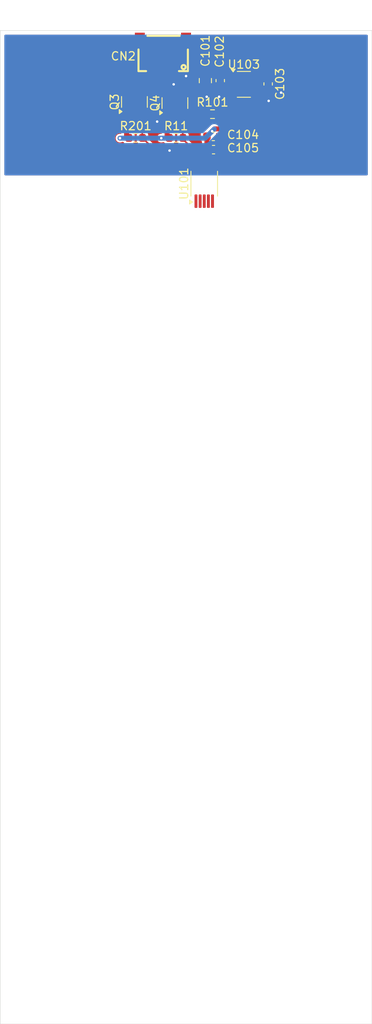
<source format=kicad_pcb>
(kicad_pcb (version 20241229) (generator "pcbnew") (generator_version "9.0")
  (layers (0 "F.Cu" signal) (4 "In1.Cu" power "Ground") (6 "In2.Cu" power "Power") (2 "B.Cu" signal) (13 "F.Paste" user) (15 "B.Paste" user) (5 "F.SilkS" user "F.Silkscreen") (7 "B.SilkS" user "B.Silkscreen") (1 "F.Mask" user) (3 "B.Mask" user) (25 "Edge.Cuts" user))
  (net 0 "")
  (net 1 "/i2c/5V")
  (net 2 "/i2c/GND")
  (net 3 "/i2c/3V3")
  (net 4 "Net-(Q4-D)")
  (net 5 "Net-(Q3-D)")
  (net 6 "/i2c/I2C.SDA")
  (net 7 "/i2c/I2C.SCL")
  (net 8 "Net-(U103-EN)")
  (footprint "Package_TO_SOT_SMD:SOT-23-5" (layer "F.Cu") (at 45 22)
    (property "Reference" "U103" (at 0 -2.4 0) (layer "F.SilkS"))
    (property "Value" "TLV75733PDBV")
    (fp_line (start 0 -1.56) (end -0.8 -1.56) (stroke (width 0.12)) (layer "F.SilkS"))
    (fp_line (start 0 -1.56) (end 0.8 -1.56) (stroke (width 0.12)) (layer "F.SilkS"))
    (fp_line (start 0 1.56) (end -0.8 1.56) (stroke (width 0.12)) (layer "F.SilkS"))
    (fp_line (start 0 1.56) (end 0.8 1.56) (stroke (width 0.12)) (layer "F.SilkS"))
    (fp_poly (pts (xy -1.3 -1.51) (xy -1.54 -1.84) (xy -1.06 -1.84)) (stroke (width 0.12)) (fill yes) (layer "F.SilkS"))
    (pad "1" smd roundrect (at -1.1375 -0.95) (size 1.325 0.6) (layers "F.Cu" "F.Mask" "F.Paste") (net 1 "/i2c/5V"))
    (pad "2" smd roundrect (at -1.1375 0) (size 1.325 0.6) (layers "F.Cu" "F.Mask" "F.Paste") (net 2 "/i2c/GND"))
    (pad "3" smd roundrect (at -1.1375 0.95) (size 1.325 0.6) (layers "F.Cu" "F.Mask" "F.Paste") (net 8 "Net-(U103-EN)"))
    (pad "4" smd roundrect (at 1.1375 0.95) (size 1.325 0.6) (layers "F.Cu" "F.Mask" "F.Paste"))
    (pad "5" smd roundrect (at 1.1375 -0.95) (size 1.325 0.6) (layers "F.Cu" "F.Mask" "F.Paste") (net 3 "/i2c/3V3"))
  )
  (footprint "Resistor_SMD:R_0603_1608Metric" (layer "F.Cu") (at 36.8 28.4625)
    (property "Reference" "R11" (at 0 -1.43 0) (layer "F.SilkS"))
    (property "Value" "10k")
    (fp_line (start -0.237258 -0.5225) (end 0.237258 -0.5225) (stroke (width 0.12)) (layer "F.SilkS"))
    (fp_line (start -0.237258 0.5225) (end 0.237258 0.5225) (stroke (width 0.12)) (layer "F.SilkS"))
    (pad "1" smd roundrect (at -0.825 0) (size 0.8 0.95) (layers "F.Cu" "F.Mask" "F.Paste") (net 3 "/i2c/3V3"))
    (pad "2" smd roundrect (at 0.825 0) (size 0.8 0.95) (layers "F.Cu" "F.Mask" "F.Paste") (net 7 "/i2c/I2C.SCL"))
  )
  (footprint "Package_TO_SOT_SMD:SOT-23" (layer "F.Cu") (at 31.75 24.125 90)
    (property "Reference" "Q3" (at 0 -2.4 90) (layer "F.SilkS"))
    (property "Value" "BSS138")
    (fp_line (start 0 -1.56) (end 0.65 -1.56) (stroke (width 0.12)) (layer "F.SilkS"))
    (fp_line (start 0 -1.56) (end -0.65 -1.56) (stroke (width 0.12)) (layer "F.SilkS"))
    (fp_line (start 0 1.56) (end 0.65 1.56) (stroke (width 0.12)) (layer "F.SilkS"))
    (fp_line (start 0 1.56) (end -0.65 1.56) (stroke (width 0.12)) (layer "F.SilkS"))
    (fp_poly (pts (xy -1.1625 -1.51) (xy -1.4025 -1.84) (xy -0.9225 -1.84)) (stroke (width 0.12)) (fill yes) (layer "F.SilkS"))
    (pad "1" smd roundrect (at -0.9375 -0.95 90) (size 1.475 0.6) (layers "F.Cu" "F.Mask" "F.Paste") (net 3 "/i2c/3V3"))
    (pad "2" smd roundrect (at -0.9375 0.95 90) (size 1.475 0.6) (layers "F.Cu" "F.Mask" "F.Paste") (net 6 "/i2c/I2C.SDA"))
    (pad "3" smd roundrect (at 0.9375 0 90) (size 1.475 0.6) (layers "F.Cu" "F.Mask" "F.Paste") (net 5 "Net-(Q3-D)"))
  )
  (footprint "Resistor_SMD:R_0603_1608Metric" (layer "F.Cu") (at 31.9 28.4625)
    (property "Reference" "R201" (at 0 -1.43 0) (layer "F.SilkS"))
    (property "Value" "10k")
    (fp_line (start -0.237258 -0.5225) (end 0.237258 -0.5225) (stroke (width 0.12)) (layer "F.SilkS"))
    (fp_line (start -0.237258 0.5225) (end 0.237258 0.5225) (stroke (width 0.12)) (layer "F.SilkS"))
    (pad "1" smd roundrect (at -0.825 0) (size 0.8 0.95) (layers "F.Cu" "F.Mask" "F.Paste") (net 3 "/i2c/3V3"))
    (pad "2" smd roundrect (at 0.825 0) (size 0.8 0.95) (layers "F.Cu" "F.Mask" "F.Paste") (net 6 "/i2c/I2C.SDA"))
  )
  (footprint "Capacitor_SMD:C_0805_2012Metric" (layer "F.Cu") (at 40.3375 21.55 -90)
    (property "Reference" "C101" (at -3.6 0 90) (layer "F.SilkS"))
    (property "Value" "10uF")
    (fp_line (start -0.261252 0.735) (end 0.261252 0.735) (stroke (width 0.12)) (layer "F.SilkS"))
    (fp_line (start -0.261252 -0.735) (end 0.261252 -0.735) (stroke (width 0.12)) (layer "F.SilkS"))
    (pad "1" smd roundrect (at -0.95 0 270) (size 1 1.45) (layers "F.Cu" "F.Mask" "F.Paste") (net 1 "/i2c/5V"))
    (pad "2" smd roundrect (at 0.95 0 270) (size 1 1.45) (layers "F.Cu" "F.Mask" "F.Paste") (net 2 "/i2c/GND"))
  )
  (footprint "Capacitor_SMD:C_0603_1608Metric" (layer "F.Cu") (at 47.9375 21.95 -90)
    (property "Reference" "C103" (at 0 -1.43 90) (layer "F.SilkS"))
    (property "Value" "1uF")
    (fp_line (start -0.14058 0.51) (end 0.14058 0.51) (stroke (width 0.12)) (layer "F.SilkS"))
    (fp_line (start -0.14058 -0.51) (end 0.14058 -0.51) (stroke (width 0.12)) (layer "F.SilkS"))
    (pad "1" smd roundrect (at -0.775 0 270) (size 0.9 0.95) (layers "F.Cu" "F.Mask" "F.Paste") (net 3 "/i2c/3V3"))
    (pad "2" smd roundrect (at 0.775 0 270) (size 0.9 0.95) (layers "F.Cu" "F.Mask" "F.Paste") (net 2 "/i2c/GND"))
  )
  (footprint "Capacitor_SMD:C_0603_1608Metric" (layer "F.Cu") (at 41.3 28.2875)
    (property "Reference" "C104" (at 3.6 -0.2 0) (layer "F.SilkS"))
    (property "Value" "1uF")
    (fp_line (start -0.14058 -0.51) (end 0.14058 -0.51) (stroke (width 0.12)) (layer "F.SilkS"))
    (fp_line (start -0.14058 0.51) (end 0.14058 0.51) (stroke (width 0.12)) (layer "F.SilkS"))
    (pad "1" smd roundrect (at -0.775 0) (size 0.9 0.95) (layers "F.Cu" "F.Mask" "F.Paste") (net 3 "/i2c/3V3"))
    (pad "2" smd roundrect (at 0.775 0) (size 0.9 0.95) (layers "F.Cu" "F.Mask" "F.Paste") (net 2 "/i2c/GND"))
  )
  (footprint "Package_TO_SOT_SMD:SOT-23" (layer "F.Cu") (at 36.65 24.2625 90)
    (property "Reference" "Q4" (at 0 -2.4 90) (layer "F.SilkS"))
    (property "Value" "BSS138")
    (fp_line (start 0 -1.56) (end 0.65 -1.56) (stroke (width 0.12)) (layer "F.SilkS"))
    (fp_line (start 0 -1.56) (end -0.65 -1.56) (stroke (width 0.12)) (layer "F.SilkS"))
    (fp_line (start 0 1.56) (end 0.65 1.56) (stroke (width 0.12)) (layer "F.SilkS"))
    (fp_line (start 0 1.56) (end -0.65 1.56) (stroke (width 0.12)) (layer "F.SilkS"))
    (fp_poly (pts (xy -1.1625 -1.51) (xy -1.4025 -1.84) (xy -0.9225 -1.84)) (stroke (width 0.12)) (fill yes) (layer "F.SilkS"))
    (pad "1" smd roundrect (at -0.9375 -0.95 90) (size 1.475 0.6) (layers "F.Cu" "F.Mask" "F.Paste") (net 3 "/i2c/3V3"))
    (pad "2" smd roundrect (at -0.9375 0.95 90) (size 1.475 0.6) (layers "F.Cu" "F.Mask" "F.Paste") (net 7 "/i2c/I2C.SCL"))
    (pad "3" smd roundrect (at 0.9375 0 90) (size 1.475 0.6) (layers "F.Cu" "F.Mask" "F.Paste") (net 4 "Net-(Q4-D)"))
  )
  (footprint "Resistor_SMD:R_0603_1608Metric" (layer "F.Cu") (at 41.2 25.6)
    (property "Reference" "R101" (at 0 -1.43 0) (layer "F.SilkS"))
    (property "Value" "10k")
    (fp_line (start -0.237258 -0.5225) (end 0.237258 -0.5225) (stroke (width 0.12)) (layer "F.SilkS"))
    (fp_line (start -0.237258 0.5225) (end 0.237258 0.5225) (stroke (width 0.12)) (layer "F.SilkS"))
    (pad "1" smd roundrect (at -0.825 0) (size 0.8 0.95) (layers "F.Cu" "F.Mask" "F.Paste") (net 1 "/i2c/5V"))
    (pad "2" smd roundrect (at 0.825 0) (size 0.8 0.95) (layers "F.Cu" "F.Mask" "F.Paste") (net 8 "Net-(U103-EN)"))
  )
  (footprint "easyeda2kicad:CONN-SMD_4P-P1.00_SM04B-SRSS-TB-LF-SN" (layer "F.Cu") (at 35.2 18.6 180)
    (property "Reference" "CN2" (at 4.8 0 0) (layer "F.SilkS"))
    (property "Value" "SM04B-SRSS-TB (LF)(SN)")
    (fp_line (start 2.96 -1.8) (end 2.96 0.81) (stroke (width 0.25)) (layer "F.SilkS"))
    (fp_line (start 2.04 -1.8) (end 2.96 -1.8) (stroke (width 0.25)) (layer "F.SilkS"))
    (fp_line (start -1.94 -1.8) (end -3.02 -1.8) (stroke (width 0.25)) (layer "F.SilkS"))
    (fp_line (start -2.02 2.46) (end 1.88 2.46) (stroke (width 0.25)) (layer "F.SilkS"))
    (fp_line (start -3.02 -1.8) (end -3.02 0.8) (stroke (width 0.25)) (layer "F.SilkS"))
    (fp_circle (center -2.5 -1.31) (end -2.38 -1.31) (stroke (width 0.25)) (fill no) (layer "F.SilkS"))
    (pad "1" smd rect (at -1.5 -1.94 180) (size 0.6 1.55) (layers "F.Cu" "F.Mask" "F.Paste") (net 2 "/i2c/GND"))
    (pad "2" smd rect (at -0.5 -1.94 180) (size 0.6 1.55) (layers "F.Cu" "F.Mask" "F.Paste") (net 1 "/i2c/5V"))
    (pad "3" smd rect (at 0.5 -1.94 180) (size 0.6 1.55) (layers "F.Cu" "F.Mask" "F.Paste") (net 5 "Net-(Q3-D)"))
    (pad "4" smd rect (at 1.5 -1.94 180) (size 0.6 1.55) (layers "F.Cu" "F.Mask" "F.Paste") (net 4 "Net-(Q4-D)"))
    (pad "5" smd rect (at 2.8 1.94 180) (size 1.2 1.8) (layers "F.Cu" "F.Mask" "F.Paste"))
    (pad "6" smd rect (at -2.8 1.94 180) (size 1.2 1.8) (layers "F.Cu" "F.Mask" "F.Paste"))
  )
  (footprint "Capacitor_SMD:C_0603_1608Metric" (layer "F.Cu") (at 41.325 29.8875)
    (property "Reference" "C105" (at 3.575 -0.2 0) (layer "F.SilkS"))
    (property "Value" "100nF")
    (fp_line (start -0.14058 -0.51) (end 0.14058 -0.51) (stroke (width 0.12)) (layer "F.SilkS"))
    (fp_line (start -0.14058 0.51) (end 0.14058 0.51) (stroke (width 0.12)) (layer "F.SilkS"))
    (pad "1" smd roundrect (at -0.775 0) (size 0.9 0.95) (layers "F.Cu" "F.Mask" "F.Paste") (net 3 "/i2c/3V3"))
    (pad "2" smd roundrect (at 0.775 0) (size 0.9 0.95) (layers "F.Cu" "F.Mask" "F.Paste") (net 2 "/i2c/GND"))
  )
  (footprint "Package_SO:MSOP-10_3x3mm_P0.5mm" (layer "F.Cu") (at 40.2 34 90)
    (property "Reference" "U101" (at 0 -2.45 90) (layer "F.SilkS"))
    (property "Value" "FDC1004DGSR")
    (fp_line (start 0 -1.61) (end 1.5 -1.61) (stroke (width 0.12)) (layer "F.SilkS"))
    (fp_line (start 0 -1.61) (end -1.5 -1.61) (stroke (width 0.12)) (layer "F.SilkS"))
    (fp_line (start 0 1.61) (end 1.5 1.61) (stroke (width 0.12)) (layer "F.SilkS"))
    (fp_line (start 0 1.61) (end -1.5 1.61) (stroke (width 0.12)) (layer "F.SilkS"))
    (fp_poly (pts (xy -2.2125 -1.435) (xy -2.4525 -1.765) (xy -1.9725 -1.765)) (stroke (width 0.12)) (fill yes) (layer "F.SilkS"))
    (pad "1" smd roundrect (at -2.1125 -1 90) (size 1.625 0.35) (layers "F.Cu" "F.Mask" "F.Paste"))
    (pad "2" smd roundrect (at -2.1125 -0.5 90) (size 1.625 0.35) (layers "F.Cu" "F.Mask" "F.Paste"))
    (pad "3" smd roundrect (at -2.1125 0 90) (size 1.625 0.35) (layers "F.Cu" "F.Mask" "F.Paste"))
    (pad "4" smd roundrect (at -2.1125 0.5 90) (size 1.625 0.35) (layers "F.Cu" "F.Mask" "F.Paste"))
    (pad "5" smd roundrect (at -2.1125 1 90) (size 1.625 0.35) (layers "F.Cu" "F.Mask" "F.Paste"))
    (pad "6" smd roundrect (at 2.1125 1 90) (size 1.625 0.35) (layers "F.Cu" "F.Mask" "F.Paste"))
    (pad "7" smd roundrect (at 2.1125 0.5 90) (size 1.625 0.35) (layers "F.Cu" "F.Mask" "F.Paste") (net 2 "/i2c/GND"))
    (pad "8" smd roundrect (at 2.1125 0 90) (size 1.625 0.35) (layers "F.Cu" "F.Mask" "F.Paste") (net 3 "/i2c/3V3"))
    (pad "9" smd roundrect (at 2.1125 -0.5 90) (size 1.625 0.35) (layers "F.Cu" "F.Mask" "F.Paste") (net 7 "/i2c/I2C.SCL"))
    (pad "10" smd roundrect (at 2.1125 -1 90) (size 1.625 0.35) (layers "F.Cu" "F.Mask" "F.Paste") (net 6 "/i2c/I2C.SDA"))
  )
  (footprint "Capacitor_SMD:C_0603_1608Metric" (layer "F.Cu") (at 42.1375 21.55 -90)
    (property "Reference" "C102" (at -3.505 0.0825 90) (layer "F.SilkS"))
    (property "Value" "1uF")
    (fp_line (start -0.14058 0.51) (end 0.14058 0.51) (stroke (width 0.12)) (layer "F.SilkS"))
    (fp_line (start -0.14058 -0.51) (end 0.14058 -0.51) (stroke (width 0.12)) (layer "F.SilkS"))
    (pad "1" smd roundrect (at -0.775 0 270) (size 0.9 0.95) (layers "F.Cu" "F.Mask" "F.Paste") (net 1 "/i2c/5V"))
    (pad "2" smd roundrect (at 0.775 0 270) (size 0.9 0.95) (layers "F.Cu" "F.Mask" "F.Paste") (net 2 "/i2c/GND"))
  )
  (gr_rect (start 15.5 15.5) (end 60.5 135.5) (stroke (width 0.05)) (fill no) (layer "Edge.Cuts"))
  (segment (start 40.375 24.875) (end 39 23.5) (width 0.2) (layer "F.Cu") (net 1))
  (segment (start 41.9625 20.6) (end 42.1375 20.775) (width 0.6) (layer "F.Cu") (net 1))
  (segment (start 43.5875 20.775) (end 43.8625 21.05) (width 0.6) (layer "F.Cu") (net 1))
  (segment (start 37.2 18.8) (end 39 20.6) (width 0.6) (layer "F.Cu") (net 1))
  (segment (start 35.7 19.165) (end 36.065 18.8) (width 0.6) (layer "F.Cu") (net 1))
  (segment (start 35.7 20.54) (end 35.7 19.165) (width 0.6) (layer "F.Cu") (net 1))
  (segment (start 36.065 18.8) (end 37.2 18.8) (width 0.6) (layer "F.Cu") (net 1))
  (segment (start 42.1375 20.775) (end 43.5875 20.775) (width 0.6) (layer "F.Cu") (net 1))
  (segment (start 39 20.6) (end 40.3375 20.6) (width 0.6) (layer "F.Cu") (net 1))
  (segment (start 39 23.5) (end 39 20.6) (width 0.2) (layer "F.Cu") (net 1))
  (segment (start 40.3375 20.6) (end 41.9625 20.6) (width 0.6) (layer "F.Cu") (net 1))
  (segment (start 40.375 25.6) (end 40.375 24.875) (width 0.2) (layer "F.Cu") (net 1))
  (segment (start 40.7 31.8875) (end 40.7 30.963862) (width 0.2) (layer "F.Cu") (net 2))
  (segment (start 42.1375 22.325) (end 42.4625 22) (width 0.6) (layer "F.Cu") (net 2))
  (segment (start 47.9375 22.725) (end 47.2125 22) (width 0.6) (layer "F.Cu") (net 2))
  (segment (start 41.9625 22.5) (end 42.1375 22.325) (width 0.6) (layer "F.Cu") (net 2))
  (segment (start 47.2125 22) (end 43.8625 22) (width 0.6) (layer "F.Cu") (net 2))
  (segment (start 42.4625 22) (end 43.8625 22) (width 0.6) (layer "F.Cu") (net 2))
  (segment (start 42.1 28.3125) (end 42.075 28.2875) (width 0.2) (layer "F.Cu") (net 2))
  (segment (start 42.1 29.8875) (end 42.1 28.3125) (width 0.2) (layer "F.Cu") (net 2))
  (segment (start 40.7 30.963862) (end 41.776362 29.8875) (width 0.2) (layer "F.Cu") (net 2))
  (segment (start 41.776362 29.8875) (end 42.1 29.8875) (width 0.2) (layer "F.Cu") (net 2))
  (segment (start 40.3375 22.5) (end 41.9625 22.5) (width 0.6) (layer "F.Cu") (net 2))
  (via (at 48 24) (size 0.45) (drill 0.3) (layers "F.Cu" "B.Cu") (net 2))
  (via (at 40.5 23.5) (size 0.45) (drill 0.3) (layers "F.Cu" "B.Cu") (net 2))
  (via (at 49.5 23) (size 0.45) (drill 0.3) (layers "F.Cu" "B.Cu") (net 2))
  (via (at 36.5 22) (size 0.45) (drill 0.3) (layers "F.Cu" "B.Cu") (net 2))
  (via (at 36 30) (size 0.45) (drill 0.3) (layers "F.Cu" "B.Cu") (net 2))
  (via (at 42 23.5) (size 0.45) (drill 0.3) (layers "F.Cu" "B.Cu") (net 2))
  (via (at 38 21) (size 0.45) (drill 0.3) (layers "F.Cu" "B.Cu") (net 2))
  (via (at 34.5 26.5) (size 0.45) (drill 0.3) (layers "F.Cu" "B.Cu") (net 2))
  (segment (start 40.2 31) (end 40.55 30.65) (width 0.2) (layer "F.Cu") (net 3))
  (segment (start 51.5 22) (end 51.5 23) (width 0.6) (layer "F.Cu") (net 3))
  (segment (start 47.9375 21.175) (end 50.675 21.175) (width 0.6) (layer "F.Cu") (net 3))
  (segment (start 40.2 31.8875) (end 40.2 31) (width 0.2) (layer "F.Cu") (net 3))
  (segment (start 47.8125 21.05) (end 47.9375 21.175) (width 0.6) (layer "F.Cu") (net 3))
  (segment (start 35.7 28.1875) (end 35.975 28.4625) (width 0.6) (layer "F.Cu") (net 3))
  (segment (start 51.5 23) (end 47.1155 27.3845) (width 0.6) (layer "F.Cu") (net 3))
  (segment (start 47.1155 27.3845) (end 41.428 27.3845) (width 0.6) (layer "F.Cu") (net 3))
  (segment (start 40.55 30.65) (end 40.55 29.8875) (width 0.2) (layer "F.Cu") (net 3))
  (segment (start 40.525 29.8625) (end 40.55 29.8875) (width 0.6) (layer "F.Cu") (net 3))
  (segment (start 30.8 25.0625) (end 30.8 28.1875) (width 0.6) (layer "F.Cu") (net 3))
  (segment (start 46.1375 21.05) (end 47.8125 21.05) (width 0.6) (layer "F.Cu") (net 3))
  (segment (start 40.525 28.2875) (end 40.525 29.8625) (width 0.6) (layer "F.Cu") (net 3))
  (segment (start 41.15625 27.65625) (end 40.525 28.2875) (width 0.6) (layer "F.Cu") (net 3))
  (segment (start 50.675 21.175) (end 51.5 22) (width 0.6) (layer "F.Cu") (net 3))
  (segment (start 30.8 28.1875) (end 31.075 28.4625) (width 0.6) (layer "F.Cu") (net 3))
  (segment (start 31.075 28.4625) (end 30.0375 28.4625) (width 0.2) (layer "F.Cu") (net 3))
  (segment (start 41.428 27.3845) (end 41.15625 27.65625) (width 0.6) (layer "F.Cu") (net 3))
  (segment (start 35.7 25.2) (end 35.7 28.1875) (width 0.6) (layer "F.Cu") (net 3))
  (segment (start 35.975 28.4625) (end 35.0375 28.4625) (width 0.2) (layer "F.Cu") (net 3))
  (segment (start 30.0375 28.4625) (end 30 28.5) (width 0.2) (layer "F.Cu") (net 3))
  (segment (start 35.0375 28.4625) (end 35 28.5) (width 0.2) (layer "F.Cu") (net 3))
  (via (at 35 28.5) (size 0.45) (drill 0.3) (layers "F.Cu" "B.Cu") (net 3))
  (via (at 30 28.5) (size 0.45) (drill 0.3) (layers "F.Cu" "B.Cu") (net 3))
  (via (at 41.15625 27.65625) (size 0.45) (drill 0.3) (layers "F.Cu" "B.Cu") (net 3))
  (segment (start 40.3125 28.5) (end 30 28.5) (width 0.6) (layer "B.Cu") (net 3))
  (segment (start 41.40625 27.40625) (end 40.3125 28.5) (width 0.6) (layer "B.Cu") (net 3))
  (segment (start 33.7 20.54) (end 33.7 21.015) (width 0.2) (layer "F.Cu") (net 4))
  (segment (start 33.7 21.015) (end 36.01 23.325) (width 0.2) (layer "F.Cu") (net 4))
  (segment (start 36.01 23.325) (end 36.65 23.325) (width 0.2) (layer "F.Cu") (net 4))
  (segment (start 31.75 20.25) (end 31.75 23.1875) (width 0.2) (layer "F.Cu") (net 5))
  (segment (start 34 18.8) (end 33.2 18.8) (width 0.2) (layer "F.Cu") (net 5))
  (segment (start 34.7 19.5) (end 34 18.8) (width 0.2) (layer "F.Cu") (net 5))
  (segment (start 34.7 20.54) (end 34.7 19.5) (width 0.2) (layer "F.Cu") (net 5))
  (segment (start 33.2 18.8) (end 31.75 20.25) (width 0.2) (layer "F.Cu") (net 5))
  (segment (start 36.15 31.8875) (end 39.2 31.8875) (width 0.2) (layer "F.Cu") (net 6))
  (segment (start 32.7 28.4375) (end 32.725 28.4625) (width 0.2) (layer "F.Cu") (net 6))
  (segment (start 32.725 28.4625) (end 36.15 31.8875) (width 0.2) (layer "F.Cu") (net 6))
  (segment (start 32.7 25.0625) (end 32.7 28.4375) (width 0.2) (layer "F.Cu") (net 6))
  (segment (start 37.625 28.625) (end 39.7 30.7) (width 0.2) (layer "F.Cu") (net 7))
  (segment (start 39.7 30.7) (end 39.7 31.8875) (width 0.2) (layer "F.Cu") (net 7))
  (segment (start 37.6 25.2) (end 37.6 28.4375) (width 0.2) (layer "F.Cu") (net 7))
  (segment (start 37.625 28.4625) (end 37.625 28.625) (width 0.2) (layer "F.Cu") (net 7))
  (segment (start 37.6 28.4375) (end 37.625 28.4625) (width 0.2) (layer "F.Cu") (net 7))
  (segment (start 42.025 24.7875) (end 43.8625 22.95) (width 0.2) (layer "F.Cu") (net 8))
  (segment (start 42.025 25.6) (end 42.025 24.7875) (width 0.2) (layer "F.Cu") (net 8))
  (zone (net 2) (net_name "/i2c/GND") (layers "F.Cu" "B.Cu") (connect_pads (clearance 0.3)) (min_thickness 0.25) (fill yes (thermal_gap 0.5) (thermal_bridge_width 0.5))
    (polygon (pts (xy 15.5 15.5) (xy 60.5 15.5) (xy 60.5 33) (xy 15.5 33)))
  )
)
</source>
